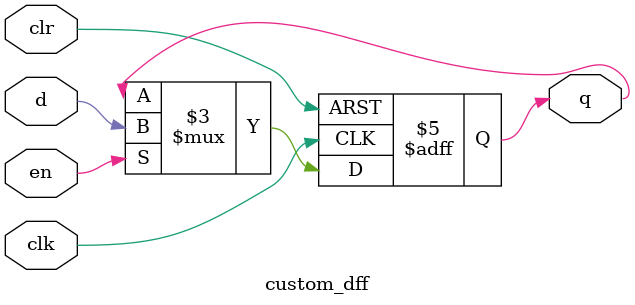
<source format=v>
module custom_dff (q, d, clk, en, clr);
   
   //Inputs
   input d, clk, en, clr;
   
   //Internal wire
   wire clr;

   //Output
   output q;
   
   //Register
   reg q;

   //Intialize q to 0
   initial
   begin
       q = 1'b0;
   end

   //Set value of q on positive edge of the clock or clear
   always @(posedge clk or posedge clr) begin
       //If clear is high, set q to 0
       if (clr) begin
           q <= 1'b0;
       //If enable is high, set q to the value of d
       end else if (en) begin
           q <= d;
       end
   end
endmodule
</source>
